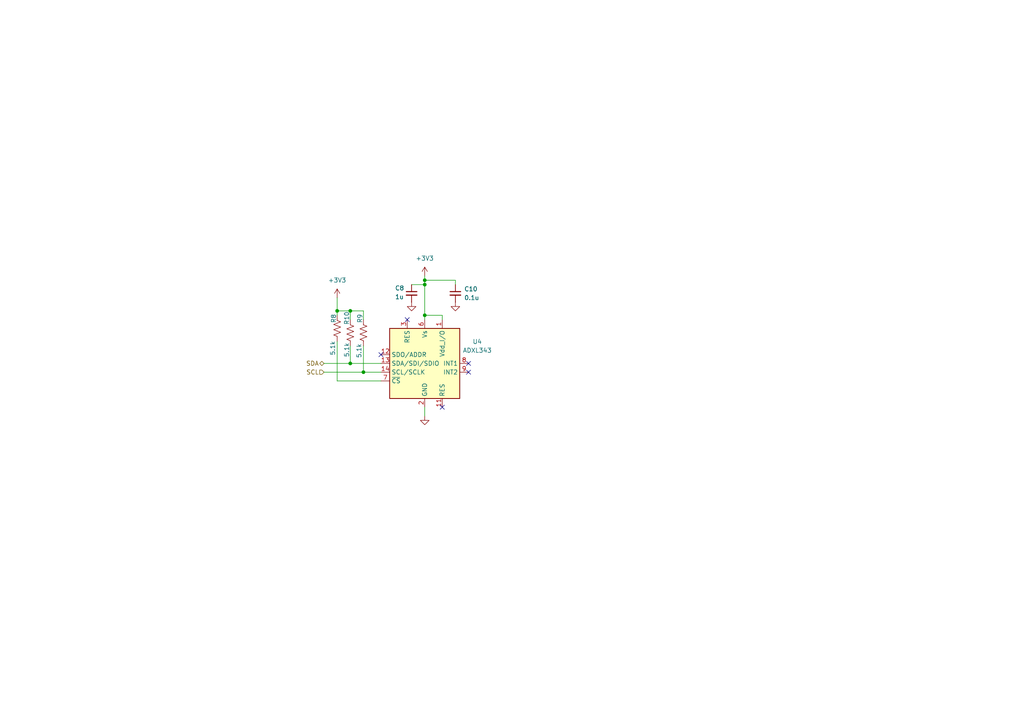
<source format=kicad_sch>
(kicad_sch (version 20231120) (generator "eeschema") (generator_version "8.0")
  (paper "A4")
  (lib_symbols
    (symbol "Device:C_Small" (pin_numbers hide) (pin_names (offset 0.254) hide)
      (property "Reference" "C" (at 0.254 1.778 0))
      (property "Value" "C_Small" (at 0.254 -2.032 0))
      (symbol "C_Small_0_1"
        (polyline (pts (xy -1.524 -0.508) (xy 1.524 -0.508)) (stroke (width 0.3302)))
        (polyline (pts (xy -1.524 0.508) (xy 1.524 0.508)) (stroke (width 0.3048)))
      )
      (symbol "C_Small_1_1"
        (pin passive line (at 0 2.54 270) (length 2.032) (name "~") (number "1"))
        (pin passive line (at 0 -2.54 90) (length 2.032) (name "~") (number "2"))
      )
    )
    (symbol "Device:R_US" (pin_numbers hide) (pin_names (offset 0))
      (property "Reference" "R" (at 2.54 0 90))
      (property "Value" "R_US" (at -2.54 0 90))
      (symbol "R_US_0_1"
        (polyline (pts (xy 0 -2.286) (xy 0 -2.54)))
        (polyline (pts (xy 0 2.286) (xy 0 2.54)))
        (polyline (pts (xy 0 -0.762) (xy 1.016 -1.143) (xy 0 -1.524) (xy -1.016 -1.905) (xy 0 -2.286)))
        (polyline (pts (xy 0 0.762) (xy 1.016 0.381) (xy 0 0) (xy -1.016 -0.381) (xy 0 -0.762)))
        (polyline (pts (xy 0 2.286) (xy 1.016 1.905) (xy 0 1.524) (xy -1.016 1.143) (xy 0 0.762)))
      )
      (symbol "R_US_1_1"
        (pin passive line (at 0 3.81 270) (length 1.27) (name "~") (number "1"))
        (pin passive line (at 0 -3.81 90) (length 1.27) (name "~") (number "2"))
      )
    )
    (symbol "Sensor_Motion:ADXL343"
      (property "Reference" "U" (at -8.89 11.43 0))
      (property "Value" "ADXL343" (at -7.62 -11.43 0))
      (symbol "ADXL343_0_1"
        (rectangle (start -10.16 10.16) (end 10.16 -10.16) (stroke (width 0.254)) (fill (type background)))
      )
      (symbol "ADXL343_1_1"
        (pin power_in line (at 5.08 12.7 270) (length 2.54) (name "Vdd_I/O") (number "1"))
        (pin no_connect line (at -5.08 -10.16 90) (length 2.54) hide (name "NC") (number "10"))
        (pin passive line (at 5.08 -12.7 90) (length 2.54) (name "RES") (number "11"))
        (pin bidirectional line (at -12.7 2.54 0) (length 2.54) (name "SDO/ADDR") (number "12"))
        (pin bidirectional line (at -12.7 0 0) (length 2.54) (name "SDA/SDI/SDIO") (number "13"))
        (pin input line (at -12.7 -2.54 0) (length 2.54) (name "SCL/SCLK") (number "14"))
        (pin power_in line (at 0 -12.7 90) (length 2.54) (name "GND") (number "2"))
        (pin passive line (at -5.08 12.7 270) (length 2.54) (name "RES") (number "3"))
        (pin passive line (at 0 -12.7 90) (length 2.54) hide (name "GND") (number "4"))
        (pin passive line (at 0 -12.7 90) (length 2.54) hide (name "GND") (number "5"))
        (pin power_in line (at 0 12.7 270) (length 2.54) (name "Vs") (number "6"))
        (pin input line (at -12.7 -5.08 0) (length 2.54) (name "~{CS}") (number "7"))
        (pin output line (at 12.7 0 180) (length 2.54) (name "INT1") (number "8"))
        (pin output line (at 12.7 -2.54 180) (length 2.54) (name "INT2") (number "9"))
      )
    )
    (symbol "power:+3V3" (power) (pin_numbers hide) (pin_names (offset 0) hide)
      (property "Value" "+3V3" (at 0 3.556 0))
      (symbol "+3V3_0_1"
        (polyline (pts (xy -0.762 1.27) (xy 0 2.54)))
        (polyline (pts (xy 0 0) (xy 0 2.54)))
        (polyline (pts (xy 0 2.54) (xy 0.762 1.27)))
      )
      (symbol "+3V3_1_1"
        (pin power_in line (at 0 0 90) (length 0) (name "~") (number "1"))
      )
    )
    (symbol "power:GND" (power) (pin_numbers hide) (pin_names (offset 0) hide)
      (symbol "GND_0_1"
        (polyline (pts (xy 0 0) (xy 0 -1.27) (xy 1.27 -1.27) (xy 0 -2.54) (xy -1.27 -1.27) (xy 0 -1.27)))
      )
      (symbol "GND_1_1"
        (pin power_in line (at 0 0 270) (length 0) (name "~") (number "1"))
      )
    )
  )
  (junction (at 101.6 90.17))
  (junction (at 101.6 105.41))
  (junction (at 123.19 81.28))
  (junction (at 123.19 91.44))
  (junction (at 123.19 82.55))
  (junction (at 105.41 107.95))
  (junction (at 97.79 90.17))
  (no_connect (at 118.11 92.71))
  (no_connect (at 110.49 102.87))
  (no_connect (at 135.89 105.41))
  (no_connect (at 135.89 107.95))
  (no_connect (at 128.27 118.11))
  (wire (pts (xy 123.19 82.55) (xy 123.19 91.44)))
  (wire (pts (xy 101.6 92.71) (xy 101.6 90.17)))
  (wire (pts (xy 123.19 91.44) (xy 128.27 91.44)))
  (wire (pts (xy 105.41 107.95) (xy 105.41 100.33)))
  (wire (pts (xy 93.98 107.95) (xy 105.41 107.95)))
  (wire (pts (xy 97.79 110.49) (xy 110.49 110.49)))
  (wire (pts (xy 119.38 82.55) (xy 123.19 82.55)))
  (wire (pts (xy 123.19 81.28) (xy 132.08 81.28)))
  (wire (pts (xy 128.27 91.44) (xy 128.27 92.71)))
  (wire (pts (xy 93.98 105.41) (xy 101.6 105.41)))
  (wire (pts (xy 123.19 118.11) (xy 123.19 120.65)))
  (wire (pts (xy 101.6 105.41) (xy 110.49 105.41)))
  (wire (pts (xy 97.79 90.17) (xy 97.79 91.44)))
  (wire (pts (xy 105.41 92.71) (xy 105.41 90.17)))
  (wire (pts (xy 101.6 90.17) (xy 97.79 90.17)))
  (wire (pts (xy 132.08 81.28) (xy 132.08 82.55)))
  (wire (pts (xy 105.41 107.95) (xy 110.49 107.95)))
  (wire (pts (xy 105.41 90.17) (xy 101.6 90.17)))
  (wire (pts (xy 97.79 86.36) (xy 97.79 90.17)))
  (wire (pts (xy 123.19 91.44) (xy 123.19 92.71)))
  (wire (pts (xy 123.19 81.28) (xy 123.19 82.55)))
  (wire (pts (xy 97.79 99.06) (xy 97.79 110.49)))
  (wire (pts (xy 101.6 105.41) (xy 101.6 100.33)))
  (wire (pts (xy 123.19 80.01) (xy 123.19 81.28)))
  (hierarchical_label "SCL" (shape input) (at 93.98 107.95 180))
  (hierarchical_label "SDA" (shape bidirectional) (at 93.98 105.41 180))
  (symbol (lib_id "power:GND") (at 132.08 87.63 0) (unit 1)
    (property "Reference" "#PWR046" (effects (hide yes)))
    (property "Value" "GND" (effects (hide yes)))
    (property "Description" "Power symbol creates a global label with name \"GND\" , ground" (effects (hide yes)))
  )
  (symbol (lib_id "power:+3V3") (at 97.79 86.36 0) (unit 1)
    (property "Reference" "#PWR044" (effects (hide yes)))
    (property "Value" "+3V3" (at 97.79 81.28 0))
    (property "Description" "Power symbol creates a global label with name \"+3V3\"" (effects (hide yes)))
  )
  (symbol (lib_id "Device:R_US") (at 97.79 95.25 0) (unit 1)
    (property "Reference" "R8" (at 96.774 93.726 90) (effects (justify left)))
    (property "Value" "5.1k" (at 96.52 103.124 90) (effects (justify left)))
    (property "Footprint" "Resistor_SMD:R_0402_1005Metric" (effects (hide yes)))
    (property "Description" "Resistor, US symbol" (effects (hide yes)))
    (property "MANUFACTURER" "ERA-2AED512X" (effects (hide yes)))
  )
  (symbol (lib_id "Sensor_Motion:ADXL343") (at 123.19 105.41 0) (unit 1)
    (property "Reference" "U4" (at 138.43 99.0914 0))
    (property "Value" "ADXL343" (at 138.43 101.6314 0))
    (property "Footprint" "Package_LGA:LGA-14_3x5mm_P0.8mm_LayoutBorder1x6y" (effects (hide yes)))
    (property "Datasheet" "https://www.analog.com/media/en/technical-documentation/data-sheets/ADXL343.pdf" (effects (hide yes)))
    (property "Description" "3-Axis MEMS Accelerometer, 2/4/8/16g range, I2C/SPI, LGA-14" (effects (hide yes)))
    (property "MANUFACTURER" "ADXL343BCCZ" (effects (hide yes)))
  )
  (symbol (lib_id "Device:C_Small") (at 132.08 85.09 0) (unit 1)
    (property "Reference" "C10" (at 134.62 83.8262 0) (effects (justify left)))
    (property "Value" "0.1u" (at 134.62 86.3662 0) (effects (justify left)))
    (property "Footprint" "Capacitor_SMD:C_0402_1005Metric" (effects (hide yes)))
    (property "Description" "Unpolarized capacitor, small symbol" (effects (hide yes)))
    (property "MANUFACTURER" "GRM155R71H104KE14J" (effects (hide yes)))
  )
  (symbol (lib_id "power:+3V3") (at 123.19 80.01 0) (unit 1)
    (property "Reference" "#PWR043" (effects (hide yes)))
    (property "Value" "+3V3" (at 123.19 74.93 0))
    (property "Description" "Power symbol creates a global label with name \"+3V3\"" (effects (hide yes)))
  )
  (symbol (lib_id "Device:R_US") (at 105.41 96.52 0) (unit 1)
    (property "Reference" "R9" (at 104.394 93.726 90) (effects (justify left)))
    (property "Value" "5.1k" (at 104.14 103.886 90) (effects (justify left)))
    (property "Footprint" "Resistor_SMD:R_0402_1005Metric" (effects (hide yes)))
    (property "Description" "Resistor, US symbol" (effects (hide yes)))
    (property "MANUFACTURER" "ERA-2AED512X" (effects (hide yes)))
  )
  (symbol (lib_id "power:GND") (at 119.38 87.63 0) (unit 1)
    (property "Reference" "#PWR045" (effects (hide yes)))
    (property "Value" "GND" (effects (hide yes)))
    (property "Description" "Power symbol creates a global label with name \"GND\" , ground" (effects (hide yes)))
  )
  (symbol (lib_id "power:GND") (at 123.19 120.65 0) (unit 1)
    (property "Reference" "#PWR042" (effects (hide yes)))
    (property "Value" "GND" (effects (hide yes)))
    (property "Description" "Power symbol creates a global label with name \"GND\" , ground" (effects (hide yes)))
  )
  (symbol (lib_id "Device:C_Small") (at 119.38 85.09 0) (unit 1)
    (property "Reference" "C8" (at 114.554 83.566 0) (effects (justify left)))
    (property "Value" "1u" (at 114.554 86.106 0) (effects (justify left)))
    (property "Footprint" "Capacitor_SMD:C_0402_1005Metric" (effects (hide yes)))
    (property "Description" "Unpolarized capacitor, small symbol" (effects (hide yes)))
    (property "MANUFACTURER" "GRM155C81E105KE11J" (effects (hide yes)))
  )
  (symbol (lib_id "Device:R_US") (at 101.6 96.52 0) (unit 1)
    (property "Reference" "R10" (at 100.584 94.234 90) (effects (justify left)))
    (property "Value" "5.1k" (at 100.584 103.632 90) (effects (justify left)))
    (property "Footprint" "Resistor_SMD:R_0402_1005Metric" (effects (hide yes)))
    (property "Description" "Resistor, US symbol" (effects (hide yes)))
    (property "MANUFACTURER" "ERA-2AED512X" (effects (hide yes)))
  )
)
</source>
